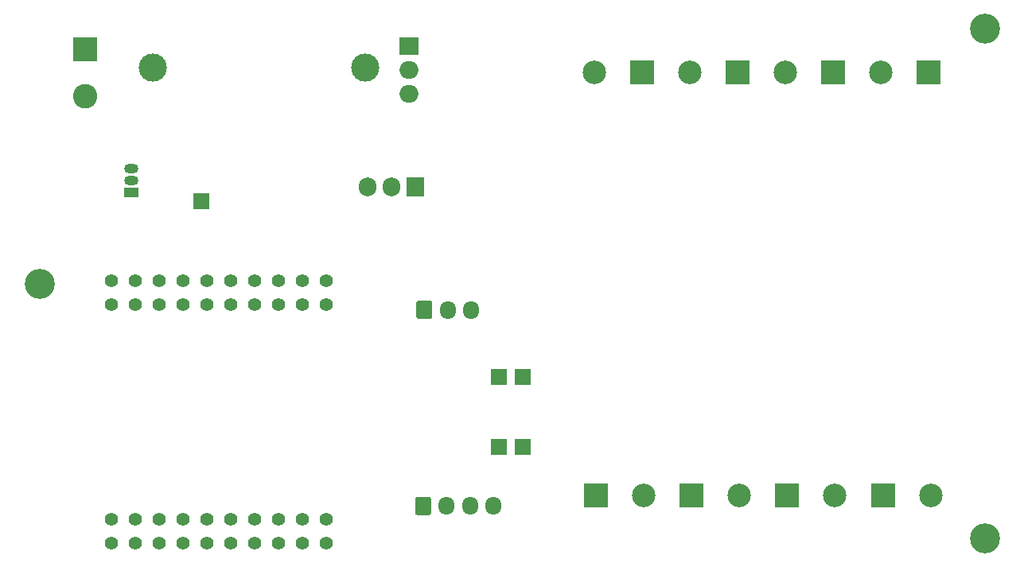
<source format=gbs>
G04 #@! TF.GenerationSoftware,KiCad,Pcbnew,5.1.12-84ad8e8a86~92~ubuntu20.04.1*
G04 #@! TF.CreationDate,2021-11-07T22:28:23+01:00*
G04 #@! TF.ProjectId,CC dimmer low voltage,43432064-696d-46d6-9572-206c6f772076,0.80*
G04 #@! TF.SameCoordinates,Original*
G04 #@! TF.FileFunction,Soldermask,Bot*
G04 #@! TF.FilePolarity,Negative*
%FSLAX46Y46*%
G04 Gerber Fmt 4.6, Leading zero omitted, Abs format (unit mm)*
G04 Created by KiCad (PCBNEW 5.1.12-84ad8e8a86~92~ubuntu20.04.1) date 2021-11-07 22:28:23*
%MOMM*%
%LPD*%
G01*
G04 APERTURE LIST*
%ADD10C,1.400000*%
%ADD11O,2.000000X1.905000*%
%ADD12R,2.000000X1.905000*%
%ADD13C,3.000000*%
%ADD14R,1.700000X1.700000*%
%ADD15C,3.200000*%
%ADD16O,1.700000X1.950000*%
%ADD17O,1.500000X1.050000*%
%ADD18R,1.500000X1.050000*%
%ADD19R,1.905000X2.000000*%
%ADD20O,1.905000X2.000000*%
%ADD21R,2.600000X2.600000*%
%ADD22C,2.600000*%
%ADD23C,2.500000*%
%ADD24R,2.500000X2.500000*%
G04 APERTURE END LIST*
D10*
X135442000Y-82845000D03*
X135442000Y-85385000D03*
X132902000Y-82845000D03*
X132902000Y-85385000D03*
X130362000Y-82845000D03*
X130362000Y-85385000D03*
X127822000Y-82845000D03*
X127822000Y-85385000D03*
X125282000Y-82845000D03*
X125282000Y-85385000D03*
X122742000Y-82845000D03*
X122742000Y-85385000D03*
X120202000Y-82845000D03*
X120202000Y-85385000D03*
X117662000Y-82845000D03*
X117662000Y-85385000D03*
X115122000Y-82845000D03*
X115122000Y-85385000D03*
X112582000Y-82845000D03*
X112582000Y-85385000D03*
X135442000Y-108245000D03*
X135442000Y-110785000D03*
X132902000Y-108245000D03*
X132902000Y-110785000D03*
X130362000Y-108245000D03*
X130362000Y-110785000D03*
X127822000Y-108245000D03*
X127822000Y-110785000D03*
X125282000Y-108245000D03*
X125282000Y-110785000D03*
X122742000Y-108245000D03*
X122742000Y-110785000D03*
X120202000Y-108245000D03*
X120202000Y-110785000D03*
X117662000Y-108245000D03*
X117662000Y-110785000D03*
X115122000Y-108245000D03*
X115122000Y-110785000D03*
X112582000Y-110785000D03*
X112582000Y-108245000D03*
D11*
X144224200Y-63017000D03*
X144224200Y-60477000D03*
D12*
X144224200Y-57937000D03*
D13*
X139601400Y-60172200D03*
X117001400Y-60172200D03*
D14*
X156362000Y-100575000D03*
X156372000Y-93155000D03*
D15*
X205532000Y-55995000D03*
X104912000Y-83195000D03*
X205532000Y-110315000D03*
G36*
G01*
X145012000Y-86690000D02*
X145012000Y-85240000D01*
G75*
G02*
X145262000Y-84990000I250000J0D01*
G01*
X146462000Y-84990000D01*
G75*
G02*
X146712000Y-85240000I0J-250000D01*
G01*
X146712000Y-86690000D01*
G75*
G02*
X146462000Y-86940000I-250000J0D01*
G01*
X145262000Y-86940000D01*
G75*
G02*
X145012000Y-86690000I0J250000D01*
G01*
G37*
D16*
X148362000Y-85965000D03*
X150862000Y-85965000D03*
G36*
G01*
X144892000Y-107580000D02*
X144892000Y-106130000D01*
G75*
G02*
X145142000Y-105880000I250000J0D01*
G01*
X146342000Y-105880000D01*
G75*
G02*
X146592000Y-106130000I0J-250000D01*
G01*
X146592000Y-107580000D01*
G75*
G02*
X146342000Y-107830000I-250000J0D01*
G01*
X145142000Y-107830000D01*
G75*
G02*
X144892000Y-107580000I0J250000D01*
G01*
G37*
X148242000Y-106855000D03*
X150742000Y-106855000D03*
X153242000Y-106855000D03*
D14*
X153832000Y-93155000D03*
X153822000Y-100575000D03*
X122152000Y-74395000D03*
D17*
X114709400Y-72216000D03*
X114709400Y-70946000D03*
D18*
X114709400Y-73486000D03*
D19*
X144910000Y-72901800D03*
D20*
X142370000Y-72901800D03*
X139830000Y-72901800D03*
D21*
X109802000Y-58215000D03*
D22*
X109802000Y-63215000D03*
D23*
X163992000Y-60687000D03*
D24*
X169072000Y-60687000D03*
X179222000Y-60685000D03*
D23*
X174142000Y-60685000D03*
X184292000Y-60675000D03*
D24*
X189372000Y-60675000D03*
X199522000Y-60665000D03*
D23*
X194442000Y-60665000D03*
D24*
X194662000Y-105725000D03*
D23*
X199742000Y-105725000D03*
X189572000Y-105725000D03*
D24*
X184492000Y-105725000D03*
X174322000Y-105725000D03*
D23*
X179402000Y-105725000D03*
X169222000Y-105725000D03*
D24*
X164142000Y-105725000D03*
M02*

</source>
